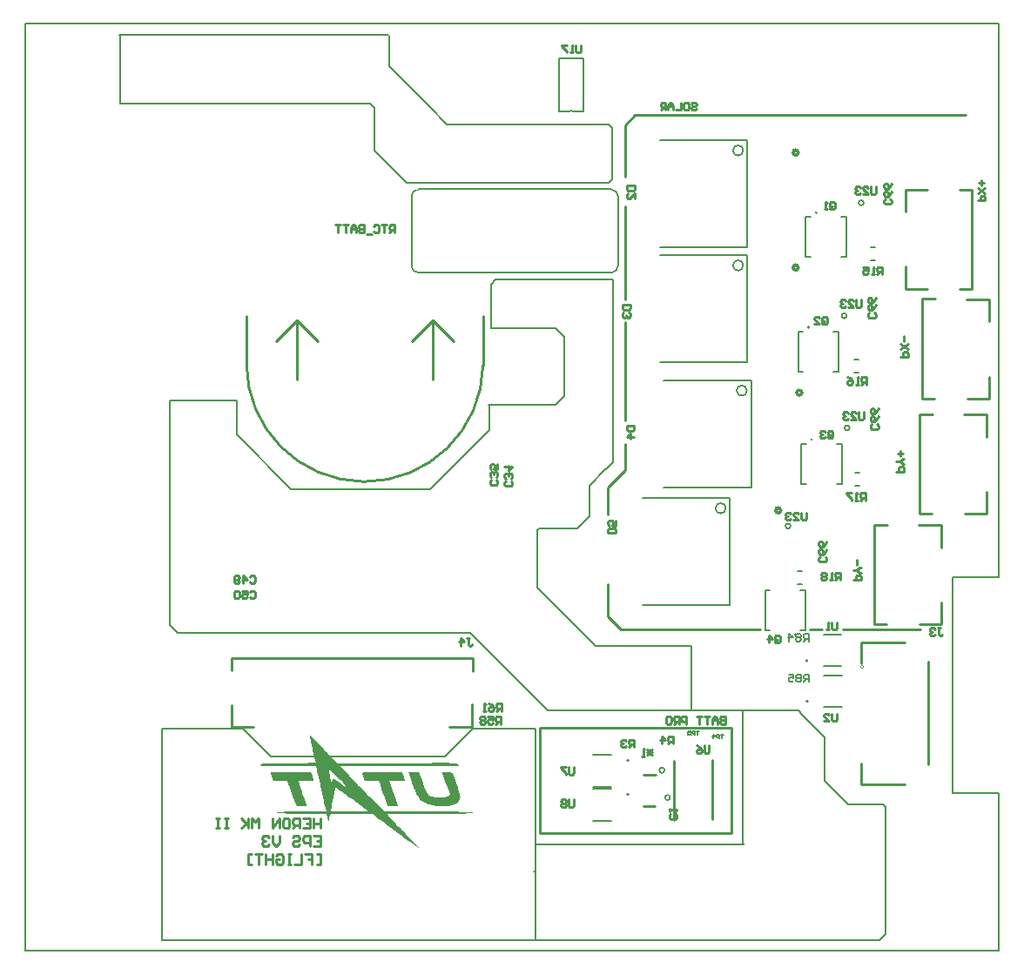
<source format=gbo>
G04*
G04 #@! TF.GenerationSoftware,Altium Limited,Altium Designer,18.1.9 (240)*
G04*
G04 Layer_Color=32896*
%FSLAX44Y44*%
%MOMM*%
G71*
G01*
G75*
%ADD10C,0.2540*%
%ADD11C,0.2000*%
%ADD12C,0.0000*%
%ADD14C,0.1524*%
%ADD16C,0.1520*%
%ADD17C,0.1270*%
%ADD18C,0.1500*%
%ADD192C,0.3000*%
G36*
X358312Y173924D02*
X361827D01*
X363057Y173748D01*
X364991Y173748D01*
X365694Y173572D01*
X366573D01*
X366924Y173397D01*
X367627Y171112D01*
X368155Y169354D01*
X368682Y168123D01*
X368858Y167069D01*
X369034Y166542D01*
X369209Y166190D01*
Y166014D01*
X369034D01*
X368858Y165839D01*
X367979Y165663D01*
X366749D01*
X365342Y165487D01*
X354093Y165487D01*
X358136Y153710D01*
X362179Y141407D01*
X362003Y141231D01*
X361475Y141055D01*
X360597D01*
X359718Y140879D01*
X352511D01*
X349523Y149668D01*
X348469Y152832D01*
X347590Y155468D01*
X346711Y157577D01*
X346184Y159159D01*
X345832Y160390D01*
X345481Y161269D01*
X345305Y161620D01*
Y161796D01*
X343899Y165311D01*
X342844D01*
X341790Y165487D01*
X333880D01*
X332650Y165663D01*
X330892D01*
X330365Y165839D01*
X330013D01*
X328958Y169354D01*
X328607Y170408D01*
X328255Y171287D01*
X328080Y171990D01*
X327904Y172518D01*
X327728Y173045D01*
Y173221D01*
X327904Y173396D01*
X328607Y173572D01*
X329486D01*
X330716Y173748D01*
X332122D01*
X333880Y173924D01*
X337395D01*
X340911Y174100D01*
X356027D01*
X358312Y173924D01*
D02*
G37*
G36*
X279216Y170408D02*
X279743Y169178D01*
X280095Y168299D01*
X280271Y167420D01*
X280446Y166893D01*
X280622Y166014D01*
Y165839D01*
X280446D01*
X280271Y165663D01*
X278162D01*
X276755Y165487D01*
X267791D01*
X266912Y165311D01*
X265682D01*
Y165135D01*
X265858Y164784D01*
X266033Y164081D01*
X266385Y163378D01*
X266912Y161444D01*
X267615Y159159D01*
X268494Y157050D01*
X269021Y155117D01*
X269373Y154414D01*
X269549Y153886D01*
X269725Y153535D01*
Y153359D01*
X270428Y151426D01*
X271131Y149492D01*
X271658Y148086D01*
X272010Y146680D01*
X272361Y145449D01*
X272713Y144571D01*
X273240Y143164D01*
X273591Y142110D01*
X273767Y141758D01*
Y141407D01*
X273591Y141231D01*
X272888Y141055D01*
X272185D01*
X271131Y140879D01*
X263924D01*
X263221Y142637D01*
X262518Y144571D01*
X261639Y146504D01*
X260936Y148613D01*
X260409Y150371D01*
X259882Y151777D01*
X259530Y152832D01*
X259354Y153007D01*
Y153183D01*
X258300Y156171D01*
X257421Y158632D01*
X256718Y160741D01*
X256190Y162499D01*
X255663Y163729D01*
X255312Y164784D01*
X255136Y165311D01*
Y165487D01*
X241426D01*
X240020Y169881D01*
X238438Y174100D01*
X277634D01*
X279216Y170408D01*
D02*
G37*
G36*
X373252Y174275D02*
X373955D01*
X375713Y174100D01*
X381513D01*
X382392Y173924D01*
X382743D01*
X386610Y163905D01*
X387313Y162147D01*
X387841Y160565D01*
X388895Y158105D01*
X389774Y155996D01*
X390477Y154414D01*
X391004Y153359D01*
X391356Y152832D01*
X391708Y152480D01*
Y152304D01*
X392938Y151250D01*
X394520Y150547D01*
X396278Y150019D01*
X398035Y149668D01*
X399617Y149492D01*
X401023Y149316D01*
X405242D01*
X405945Y149492D01*
X406648D01*
X407527Y149668D01*
X408054D01*
X408933Y149844D01*
X409284D01*
X409987Y150195D01*
X410339D01*
X410866Y150371D01*
X411042Y150547D01*
X411394Y150898D01*
X411569Y151074D01*
X411921Y151426D01*
X412097Y151777D01*
X412272D01*
X412976Y152304D01*
X413151Y152480D01*
X411394Y157050D01*
X409987Y161093D01*
X408581Y164784D01*
X407351Y167948D01*
X406472Y170584D01*
X406121Y171639D01*
X405769Y172518D01*
X405593Y173221D01*
X405418Y173748D01*
X405242Y173924D01*
Y174100D01*
X412097D01*
X413327Y173924D01*
X414382Y173572D01*
X415085Y173397D01*
X415436Y173045D01*
X415788Y172694D01*
X415964Y172518D01*
X417194Y169178D01*
X418249Y166366D01*
X419303Y163729D01*
X420006Y161269D01*
X420709Y159159D01*
X421237Y157402D01*
X421764Y155820D01*
X422116Y154589D01*
X422467Y153359D01*
X422643Y152480D01*
X422818Y151777D01*
Y151074D01*
X422994Y150371D01*
Y150195D01*
X422818Y149141D01*
X422643Y148086D01*
X421764Y146328D01*
X421412Y145625D01*
X421061Y145098D01*
X420885Y144922D01*
X420709Y144746D01*
X419831Y144043D01*
X418776Y143340D01*
X416491Y142461D01*
X413854Y141758D01*
X411218Y141231D01*
X408757Y140879D01*
X406824Y140704D01*
X404890D01*
X400320Y140879D01*
X396453Y141582D01*
X393114Y142461D01*
X390477Y143516D01*
X388368Y144395D01*
X386962Y145274D01*
X386083Y145977D01*
X385732Y146152D01*
X384853Y146856D01*
X383974Y147910D01*
X382392Y150371D01*
X380634Y153183D01*
X379228Y156171D01*
X377998Y158984D01*
X377470Y160214D01*
X377119Y161269D01*
X376767Y162323D01*
X376416Y163026D01*
X376240Y163378D01*
Y163554D01*
X372549Y174451D01*
X373252Y174275D01*
D02*
G37*
G36*
X276931Y209956D02*
X277458Y209605D01*
X278689Y208550D01*
X279743Y207320D01*
X280095Y206968D01*
X280271Y206792D01*
X282731Y204332D01*
X285192Y201695D01*
X286247Y200641D01*
X287126Y199762D01*
X287653Y199234D01*
X287829Y199059D01*
X289411Y197477D01*
X290641Y196246D01*
X291696Y195192D01*
X292399Y194313D01*
X293102Y193610D01*
X293453Y193258D01*
X293805Y192907D01*
X304175Y182537D01*
X375537Y182537D01*
X379404Y182712D01*
X394520D01*
X396278Y182888D01*
X411394D01*
X413854Y182712D01*
X415612D01*
X417018Y182537D01*
X417897D01*
X418424Y182361D01*
X418600D01*
X419655Y182185D01*
X420358Y181833D01*
X421061Y181482D01*
X421412Y180955D01*
X421764Y180427D01*
Y180076D01*
X414733D01*
X412800Y179900D01*
X306284Y179900D01*
X315249Y170584D01*
X316303Y169530D01*
X317709Y168123D01*
X319291Y166366D01*
X320873Y164784D01*
X322455Y163026D01*
X323861Y161620D01*
X324740Y160741D01*
X324916Y160565D01*
X325092Y160390D01*
X327728Y157577D01*
X330189Y155117D01*
X332122Y153007D01*
X333704Y151426D01*
X334935Y150019D01*
X335813Y149141D01*
X336341Y148613D01*
X336516Y148438D01*
X349523Y135606D01*
X410339Y135606D01*
X413151Y135431D01*
X420534D01*
X422467Y135255D01*
X426158D01*
X428970Y135079D01*
X431431D01*
X433189Y134903D01*
X434595Y134728D01*
X435474D01*
X436177Y134552D01*
X436529D01*
X436704Y134376D01*
X436880D01*
X436704Y134200D01*
X436353D01*
X435825Y134024D01*
X434068D01*
X433013Y133849D01*
X430201D01*
X427037Y133673D01*
X423522Y133497D01*
X411921D01*
X408054Y133322D01*
X351984Y133321D01*
X353039Y132091D01*
X353390Y131564D01*
X353918Y130861D01*
X354796Y129982D01*
X355851Y128927D01*
X358136Y126291D01*
X360948Y123478D01*
X363585Y120666D01*
X364639Y119436D01*
X365870Y118381D01*
X366749Y117502D01*
X367452Y116799D01*
X367803Y116272D01*
X367979Y116096D01*
X370440Y113635D01*
X372549Y111526D01*
X374307Y109593D01*
X375888Y107835D01*
X377295Y106605D01*
X378525Y105374D01*
X379404Y104320D01*
X380107Y103617D01*
X381161Y102562D01*
X381689Y102035D01*
X382040Y101683D01*
X382743Y100804D01*
X383271Y100277D01*
X383974Y99398D01*
X384062Y99310D01*
X384501Y99047D01*
X384325D01*
X384062Y99310D01*
X382743Y100101D01*
X374307Y106077D01*
X370264Y109066D01*
X366397Y111878D01*
X362706Y114514D01*
X359190Y116975D01*
X356027Y119436D01*
X352863Y121721D01*
X350226Y123830D01*
X347766Y125588D01*
X345656Y127345D01*
X343899Y128576D01*
X342493Y129806D01*
X341438Y130509D01*
X340735Y131036D01*
X340559Y131212D01*
X337571Y133321D01*
X297144D01*
X296266Y131564D01*
X295914Y129806D01*
X295738Y129103D01*
Y128400D01*
Y128048D01*
Y127873D01*
Y127345D01*
X295562Y126818D01*
X295387Y126467D01*
X295211Y126291D01*
X295035Y126467D01*
X294684Y126994D01*
X294332Y128224D01*
X293981Y129279D01*
X293805Y129630D01*
Y129806D01*
X293277Y133146D01*
X269197Y133321D01*
X264803D01*
X261112Y133497D01*
X257772Y133673D01*
X254960D01*
X252499Y133849D01*
X250566D01*
X248984Y134024D01*
X247578Y134200D01*
X246699D01*
X245820Y134376D01*
X245293Y134552D01*
X244941D01*
X244590Y134728D01*
X244941Y134903D01*
X245644Y135079D01*
X246875D01*
X248281Y135255D01*
X250214D01*
X252148Y135431D01*
X256542D01*
X261112Y135606D01*
X292750D01*
X290817Y144395D01*
X290289Y147031D01*
X289762Y149492D01*
X288708Y153886D01*
X288004Y157577D01*
X287301Y160741D01*
X286774Y163026D01*
X286423Y164608D01*
X286071Y165663D01*
Y166014D01*
X285544Y168123D01*
X285192Y169881D01*
X284841Y171463D01*
X284489Y172869D01*
X284138Y174100D01*
X283962Y175330D01*
X283610Y176912D01*
X283435Y178142D01*
X283259Y178845D01*
Y179197D01*
Y179373D01*
X282907Y179548D01*
X280798D01*
X279040Y179724D01*
X274646D01*
X269549Y179900D01*
X232462D01*
X231231Y180076D01*
X230353Y180252D01*
X229825Y180427D01*
X229298Y180603D01*
X228946Y180955D01*
Y181130D01*
X229122Y181482D01*
X229474Y181833D01*
X230704Y182185D01*
X231935Y182361D01*
X235801D01*
X237559Y182537D01*
X268143D01*
X271131Y182712D01*
X273767D01*
X276052Y182888D01*
X277810D01*
X279216Y183064D01*
X281150D01*
X281677Y183239D01*
X282204D01*
X282556Y183415D01*
X280622Y190973D01*
X280446Y191852D01*
X280271Y192731D01*
X279743Y195016D01*
X279568Y195895D01*
X279392Y196774D01*
X279216Y197301D01*
Y197477D01*
X278864Y199059D01*
X278513Y200289D01*
X278337Y201519D01*
X278162Y202222D01*
Y202926D01*
X277986Y203277D01*
Y203629D01*
X277634Y204683D01*
X277458Y205738D01*
X277283Y206441D01*
Y206617D01*
X276931Y207671D01*
X276755Y208550D01*
Y209077D01*
Y209253D01*
Y210132D01*
X276931Y209956D01*
D02*
G37*
%LPC*%
G36*
X295211Y176912D02*
Y176385D01*
X295387Y175506D01*
X295562Y174275D01*
X295914Y173045D01*
X296090Y171815D01*
X296441Y170936D01*
X296617Y170233D01*
Y169881D01*
X296793Y169354D01*
Y168651D01*
Y168123D01*
Y167948D01*
X297144Y166717D01*
X297496Y165839D01*
X297672Y165487D01*
Y165311D01*
Y164784D01*
X297847Y164608D01*
X298023D01*
X298199Y165135D01*
X298375Y165311D01*
X298726Y166190D01*
X299078Y166893D01*
X299429Y167245D01*
X299605Y167596D01*
X299957Y167948D01*
X300133Y167772D01*
X300660Y167596D01*
X301890Y166717D01*
X303120Y165839D01*
X303472Y165663D01*
X303648Y165487D01*
X304702Y164784D01*
X305757Y164081D01*
X306460Y163554D01*
X306636Y163378D01*
X307515Y162675D01*
X308218Y161972D01*
X308745Y161620D01*
X308921Y161444D01*
X309975Y160565D01*
X310327Y160214D01*
X310503Y160038D01*
X310854Y159687D01*
X311206Y159511D01*
X311382D01*
X311733Y159335D01*
X311557Y160214D01*
X311030Y161269D01*
X310151Y162499D01*
X309097Y163729D01*
X307866Y165135D01*
X306460Y166717D01*
X303472Y169705D01*
X300484Y172342D01*
X299078Y173572D01*
X297847Y174803D01*
X296793Y175681D01*
X295914Y176385D01*
X295387Y176736D01*
X295211Y176912D01*
D02*
G37*
G36*
X301714Y158984D02*
X301539Y158808D01*
Y158456D01*
X301363Y157929D01*
X301187Y157226D01*
X300835Y155292D01*
X300308Y153183D01*
X299957Y150898D01*
X299605Y149141D01*
X299429Y148262D01*
X299254Y147734D01*
Y147383D01*
Y147207D01*
X297144Y135782D01*
X306284Y135606D01*
X324740D01*
X334056Y135782D01*
X318237Y147383D01*
X315424Y149492D01*
X312964Y151250D01*
X310854Y152832D01*
X309097Y154062D01*
X307515Y155292D01*
X306109Y156171D01*
X305054Y156874D01*
X304175Y157577D01*
X303296Y158105D01*
X302769Y158456D01*
X302066Y158808D01*
X301714Y158984D01*
D02*
G37*
%LPD*%
D10*
X215186Y571500D02*
G03*
X445199Y569659I115014J0D01*
G01*
X592973Y812873D02*
X914400D01*
X215201Y569659D02*
Y617220D01*
X445201Y569659D02*
Y617220D01*
X396242Y555672D02*
Y612951D01*
X416562Y592632D01*
X375922Y592632D02*
X396242Y612951D01*
X264158D02*
X284478Y592632D01*
X243838Y592632D02*
X264158Y612951D01*
Y555672D02*
Y612951D01*
X877832Y181680D02*
Y281310D01*
X813062Y161930D02*
Y182250D01*
Y161930D02*
X854972D01*
X813062Y280040D02*
Y300360D01*
X854972D01*
X500700Y114300D02*
Y115100D01*
Y114300D02*
X687100D01*
X500700Y217000D02*
X504100D01*
X500700Y115100D02*
Y217000D01*
X504100D02*
X687100D01*
Y114300D02*
Y217000D01*
X763100Y313000D02*
X774600D01*
X794700D02*
X870300D01*
X663100D02*
X714300D01*
X566700Y424180D02*
Y450900D01*
Y325900D02*
Y356400D01*
X583100Y467300D02*
Y492700D01*
Y516100D02*
Y611500D01*
X579600Y313000D02*
X663100D01*
X566700Y325900D02*
X579600Y313000D01*
X566700Y450900D02*
X583100Y467300D01*
Y516100D02*
X583200Y516200D01*
Y633900D02*
X583300Y634000D01*
Y723900D01*
Y752700D02*
Y803200D01*
X592973Y812873D01*
X825778Y317818D02*
Y414528D01*
X838010D01*
X825778Y317818D02*
X837628D01*
X890778D02*
Y339090D01*
X869506Y317818D02*
X890778D01*
X868870Y414274D02*
X890778D01*
Y392494D02*
Y414274D01*
X869720Y425468D02*
Y522178D01*
X881952D01*
X869720Y425468D02*
X881570D01*
X934720D02*
Y446740D01*
X913448Y425468D02*
X934720D01*
X912812Y521924D02*
X934720D01*
Y500144D02*
Y521924D01*
X872260Y537428D02*
Y634138D01*
X884492D01*
X872260Y537428D02*
X884110D01*
X937260D02*
Y558700D01*
X915988Y537428D02*
X937260D01*
X915352Y633884D02*
X937260D01*
Y612104D02*
Y633884D01*
X920726Y643482D02*
Y740192D01*
X908494Y643482D02*
X920726D01*
X908876Y740192D02*
X920726D01*
X855726Y718920D02*
Y740192D01*
X876998D01*
X855726Y643736D02*
X877634D01*
X855726D02*
Y665516D01*
X631205Y127674D02*
Y185078D01*
X668049Y128182D02*
Y185586D01*
X601131Y140970D02*
X612431D01*
X601385Y171450D02*
X612735D01*
X412368Y218158D02*
X434148D01*
Y240066D01*
X200596Y217650D02*
Y238922D01*
Y217650D02*
X221868D01*
X200850Y272578D02*
Y284428D01*
X435482Y272196D02*
Y284428D01*
X200850D02*
X435482D01*
X287020Y129337D02*
Y119340D01*
Y124338D01*
X280355D01*
Y129337D01*
Y119340D01*
X270359Y129337D02*
X277023D01*
Y119340D01*
X270359D01*
X277023Y124338D02*
X273691D01*
X267026Y119340D02*
Y129337D01*
X262028D01*
X260362Y127671D01*
Y124338D01*
X262028Y122672D01*
X267026D01*
X263694D02*
X260362Y119340D01*
X252031Y129337D02*
X255364D01*
X257030Y127671D01*
Y121006D01*
X255364Y119340D01*
X252031D01*
X250365Y121006D01*
Y127671D01*
X252031Y129337D01*
X247033Y119340D02*
Y129337D01*
X240368Y119340D01*
Y129337D01*
X227039Y119340D02*
Y129337D01*
X223707Y126004D01*
X220375Y129337D01*
Y119340D01*
X217043Y129337D02*
Y119340D01*
Y122672D01*
X210378Y129337D01*
X215376Y124338D01*
X210378Y119340D01*
X197049Y129337D02*
X193717D01*
X195383D01*
Y119340D01*
X197049D01*
X193717D01*
X188718Y129337D02*
X185386D01*
X187052D01*
Y119340D01*
X188718D01*
X185386D01*
X280355Y112221D02*
X287020D01*
Y102224D01*
X280355D01*
X287020Y107223D02*
X283688D01*
X277023Y102224D02*
Y112221D01*
X272025D01*
X270359Y110555D01*
Y107223D01*
X272025Y105556D01*
X277023D01*
X260362Y110555D02*
X262028Y112221D01*
X265360D01*
X267026Y110555D01*
Y108889D01*
X265360Y107223D01*
X262028D01*
X260362Y105556D01*
Y103890D01*
X262028Y102224D01*
X265360D01*
X267026Y103890D01*
X247033Y112221D02*
Y105556D01*
X243701Y102224D01*
X240368Y105556D01*
Y112221D01*
X237036Y110555D02*
X235370Y112221D01*
X232038D01*
X230372Y110555D01*
Y108889D01*
X232038Y107223D01*
X233704D01*
X232038D01*
X230372Y105556D01*
Y103890D01*
X232038Y102224D01*
X235370D01*
X237036Y103890D01*
X283688Y84132D02*
X287020D01*
Y94129D01*
X283688D01*
X272025D02*
X278689D01*
Y89130D01*
X275357D01*
X278689D01*
Y84132D01*
X268693Y94129D02*
Y84132D01*
X262028D01*
X258696Y94129D02*
X255364D01*
X257030D01*
Y84132D01*
X258696D01*
X255364D01*
X243701Y92463D02*
X245367Y94129D01*
X248699D01*
X250365Y92463D01*
Y85798D01*
X248699Y84132D01*
X245367D01*
X243701Y85798D01*
Y89130D01*
X247033D01*
X240368Y94129D02*
Y84132D01*
Y89130D01*
X233704D01*
Y94129D01*
Y84132D01*
X230372Y94129D02*
X223707D01*
X227039D01*
Y84132D01*
X220375D02*
X217043D01*
Y94129D01*
X220375D01*
X680500Y228398D02*
Y220900D01*
X676751D01*
X675502Y222150D01*
Y223399D01*
X676751Y224649D01*
X680500D01*
X676751D01*
X675502Y225898D01*
Y227148D01*
X676751Y228398D01*
X680500D01*
X673002Y220900D02*
Y225898D01*
X670503Y228398D01*
X668004Y225898D01*
Y220900D01*
Y224649D01*
X673002D01*
X665505Y228398D02*
X660506D01*
X663006D01*
Y220900D01*
X658007Y228398D02*
X653009D01*
X655508D01*
Y220900D01*
X643012D02*
Y228398D01*
X639263D01*
X638014Y227148D01*
Y224649D01*
X639263Y223399D01*
X643012D01*
X635514Y220900D02*
Y228398D01*
X631766D01*
X630516Y227148D01*
Y224649D01*
X631766Y223399D01*
X635514D01*
X633015D02*
X630516Y220900D01*
X624268Y228398D02*
X626767D01*
X628017Y227148D01*
Y222150D01*
X626767Y220900D01*
X624268D01*
X623018Y222150D01*
Y227148D01*
X624268Y228398D01*
X647782Y824128D02*
X649031Y825378D01*
X651530D01*
X652780Y824128D01*
Y822878D01*
X651530Y821629D01*
X649031D01*
X647782Y820379D01*
Y819130D01*
X649031Y817880D01*
X651530D01*
X652780Y819130D01*
X641534Y825378D02*
X644033D01*
X645282Y824128D01*
Y819130D01*
X644033Y817880D01*
X641534D01*
X640284Y819130D01*
Y824128D01*
X641534Y825378D01*
X637785D02*
Y817880D01*
X632786D01*
X630287D02*
Y822878D01*
X627788Y825378D01*
X625289Y822878D01*
Y817880D01*
Y821629D01*
X630287D01*
X622790Y817880D02*
Y825378D01*
X619041D01*
X617791Y824128D01*
Y821629D01*
X619041Y820379D01*
X622790D01*
X620290D02*
X617791Y817880D01*
X827034Y743396D02*
Y737148D01*
X825785Y735898D01*
X823285D01*
X822036Y737148D01*
Y743396D01*
X814538Y735898D02*
X819537D01*
X814538Y740897D01*
Y742146D01*
X815788Y743396D01*
X818287D01*
X819537Y742146D01*
X812039D02*
X810789Y743396D01*
X808290D01*
X807040Y742146D01*
Y740897D01*
X808290Y739647D01*
X809540D01*
X808290D01*
X807040Y738397D01*
Y737148D01*
X808290Y735898D01*
X810789D01*
X812039Y737148D01*
X574198Y406400D02*
X566700D01*
Y410149D01*
X567950Y411398D01*
X572948D01*
X574198Y410149D01*
Y406400D01*
Y418896D02*
Y413898D01*
X570449D01*
X571698Y416397D01*
Y417646D01*
X570449Y418896D01*
X567950D01*
X566700Y417646D01*
Y415147D01*
X567950Y413898D01*
X780362Y499964D02*
Y504962D01*
X781611Y506212D01*
X784110D01*
X785360Y504962D01*
Y499964D01*
X784110Y498714D01*
X781611D01*
X782861Y501213D02*
X780362Y498714D01*
X781611D02*
X780362Y499964D01*
X777862Y504962D02*
X776613Y506212D01*
X774114D01*
X772864Y504962D01*
Y503712D01*
X774114Y502463D01*
X775363D01*
X774114D01*
X772864Y501213D01*
Y499964D01*
X774114Y498714D01*
X776613D01*
X777862Y499964D01*
X462849Y233460D02*
Y240958D01*
X459100D01*
X457851Y239708D01*
Y237209D01*
X459100Y235959D01*
X462849D01*
X460350D02*
X457851Y233460D01*
X450353Y240958D02*
X452852Y239708D01*
X455351Y237209D01*
Y234710D01*
X454102Y233460D01*
X451603D01*
X450353Y234710D01*
Y235959D01*
X451603Y237209D01*
X455351D01*
X447854Y233460D02*
X445355D01*
X446604D01*
Y240958D01*
X447854Y239708D01*
X462280Y220873D02*
Y228371D01*
X458531D01*
X457282Y227121D01*
Y224622D01*
X458531Y223372D01*
X462280D01*
X459781D02*
X457282Y220873D01*
X449784Y228371D02*
X454782D01*
Y224622D01*
X452283Y225872D01*
X451034D01*
X449784Y224622D01*
Y222123D01*
X451034Y220873D01*
X453533D01*
X454782Y222123D01*
X447285Y227121D02*
X446035Y228371D01*
X443536D01*
X442286Y227121D01*
Y225872D01*
X443536Y224622D01*
X442286Y223372D01*
Y222123D01*
X443536Y220873D01*
X446035D01*
X447285Y222123D01*
Y223372D01*
X446035Y224622D01*
X447285Y225872D01*
Y227121D01*
X446035Y224622D02*
X443536D01*
X789212Y231018D02*
Y224770D01*
X787963Y223520D01*
X785464D01*
X784214Y224770D01*
Y231018D01*
X776717Y223520D02*
X781715D01*
X776717Y228518D01*
Y229768D01*
X777966Y231018D01*
X780465D01*
X781715Y229768D01*
X789212Y319918D02*
Y313670D01*
X787963Y312420D01*
X785464D01*
X784214Y313670D01*
Y319918D01*
X781715Y312420D02*
X779216D01*
X780465D01*
Y319918D01*
X781715Y318668D01*
X759613Y426598D02*
Y420350D01*
X758364Y419100D01*
X755864D01*
X754615Y420350D01*
Y426598D01*
X747117Y419100D02*
X752116D01*
X747117Y424098D01*
Y425348D01*
X748367Y426598D01*
X750866D01*
X752116Y425348D01*
X744618D02*
X743369Y426598D01*
X740869D01*
X739620Y425348D01*
Y424098D01*
X740869Y422849D01*
X742119D01*
X740869D01*
X739620Y421599D01*
Y420350D01*
X740869Y419100D01*
X743369D01*
X744618Y420350D01*
X815340Y524225D02*
Y517977D01*
X814090Y516728D01*
X811591D01*
X810342Y517977D01*
Y524225D01*
X802844Y516728D02*
X807842D01*
X802844Y521726D01*
Y522976D01*
X804094Y524225D01*
X806593D01*
X807842Y522976D01*
X800345D02*
X799095Y524225D01*
X796596D01*
X795346Y522976D01*
Y521726D01*
X796596Y520477D01*
X797846D01*
X796596D01*
X795346Y519227D01*
Y517977D01*
X796596Y516728D01*
X799095D01*
X800345Y517977D01*
X812800Y633290D02*
Y627042D01*
X811550Y625792D01*
X809051D01*
X807802Y627042D01*
Y633290D01*
X800304Y625792D02*
X805302D01*
X800304Y630791D01*
Y632040D01*
X801554Y633290D01*
X804053D01*
X805302Y632040D01*
X797805D02*
X796555Y633290D01*
X794056D01*
X792806Y632040D01*
Y630791D01*
X794056Y629541D01*
X795306D01*
X794056D01*
X792806Y628292D01*
Y627042D01*
X794056Y625792D01*
X796555D01*
X797805Y627042D01*
X540428Y881258D02*
Y875010D01*
X539179Y873760D01*
X536680D01*
X535430Y875010D01*
Y881258D01*
X532931Y873760D02*
X530432D01*
X531681D01*
Y881258D01*
X532931Y880008D01*
X526683Y881258D02*
X521684D01*
Y880008D01*
X526683Y875010D01*
Y873760D01*
X533400Y147331D02*
Y141083D01*
X532150Y139834D01*
X529651D01*
X528402Y141083D01*
Y147331D01*
X525902Y146082D02*
X524653Y147331D01*
X522154D01*
X520904Y146082D01*
Y144832D01*
X522154Y143582D01*
X520904Y142333D01*
Y141083D01*
X522154Y139834D01*
X524653D01*
X525902Y141083D01*
Y142333D01*
X524653Y143582D01*
X525902Y144832D01*
Y146082D01*
X524653Y143582D02*
X522154D01*
X533400Y179242D02*
Y172994D01*
X532150Y171744D01*
X529651D01*
X528402Y172994D01*
Y179242D01*
X525902D02*
X520904D01*
Y177992D01*
X525902Y172994D01*
Y171744D01*
X665114Y199948D02*
Y193700D01*
X663864Y192451D01*
X661365D01*
X660116Y193700D01*
Y199948D01*
X652618D02*
X655117Y198699D01*
X657616Y196199D01*
Y193700D01*
X656367Y192451D01*
X653867D01*
X652618Y193700D01*
Y194950D01*
X653867Y196199D01*
X657616D01*
X359153Y698600D02*
Y706098D01*
X355404D01*
X354155Y704848D01*
Y702349D01*
X355404Y701099D01*
X359153D01*
X356654D02*
X354155Y698600D01*
X351656Y706098D02*
X346657D01*
X349156D01*
Y698600D01*
X339160Y704848D02*
X340409Y706098D01*
X342908D01*
X344158Y704848D01*
Y699850D01*
X342908Y698600D01*
X340409D01*
X339160Y699850D01*
X336660Y697350D02*
X331662D01*
X329163Y706098D02*
Y698600D01*
X325414D01*
X324164Y699850D01*
Y701099D01*
X325414Y702349D01*
X329163D01*
X325414D01*
X324164Y703598D01*
Y704848D01*
X325414Y706098D01*
X329163D01*
X321665Y698600D02*
Y703598D01*
X319166Y706098D01*
X316667Y703598D01*
Y698600D01*
Y702349D01*
X321665D01*
X314167Y706098D02*
X309169D01*
X311668D01*
Y698600D01*
X306670Y706098D02*
X301672D01*
X304171D01*
Y698600D01*
X792480Y360680D02*
Y368178D01*
X788731D01*
X787482Y366928D01*
Y364429D01*
X788731Y363179D01*
X792480D01*
X789981D02*
X787482Y360680D01*
X784982D02*
X782483D01*
X783733D01*
Y368178D01*
X784982Y366928D01*
X778734D02*
X777485Y368178D01*
X774986D01*
X773736Y366928D01*
Y365678D01*
X774986Y364429D01*
X773736Y363179D01*
Y361930D01*
X774986Y360680D01*
X777485D01*
X778734Y361930D01*
Y363179D01*
X777485Y364429D01*
X778734Y365678D01*
Y366928D01*
X777485Y364429D02*
X774986D01*
X816940Y438300D02*
Y445798D01*
X813191D01*
X811941Y444548D01*
Y442049D01*
X813191Y440799D01*
X816940D01*
X814441D02*
X811941Y438300D01*
X809442D02*
X806943D01*
X808193D01*
Y445798D01*
X809442Y444548D01*
X803194Y445798D02*
X798196D01*
Y444548D01*
X803194Y439550D01*
Y438300D01*
X817880Y550850D02*
Y558348D01*
X814131D01*
X812882Y557099D01*
Y554599D01*
X814131Y553350D01*
X817880D01*
X815381D02*
X812882Y550850D01*
X810382D02*
X807883D01*
X809133D01*
Y558348D01*
X810382Y557099D01*
X799136Y558348D02*
X801635Y557099D01*
X804134Y554599D01*
Y552100D01*
X802885Y550850D01*
X800386D01*
X799136Y552100D01*
Y553350D01*
X800386Y554599D01*
X804134D01*
X833120Y657860D02*
Y665358D01*
X829371D01*
X828122Y664108D01*
Y661609D01*
X829371Y660359D01*
X833120D01*
X830621D02*
X828122Y657860D01*
X825622D02*
X823123D01*
X824373D01*
Y665358D01*
X825622Y664108D01*
X814376Y665358D02*
X819374D01*
Y661609D01*
X816875Y662858D01*
X815626D01*
X814376Y661609D01*
Y659110D01*
X815626Y657860D01*
X818125D01*
X819374Y659110D01*
X629920Y201479D02*
Y208976D01*
X626171D01*
X624922Y207727D01*
Y205228D01*
X626171Y203978D01*
X629920D01*
X627421D02*
X624922Y201479D01*
X618674D02*
Y208976D01*
X622422Y205228D01*
X617424D01*
X591820Y198120D02*
Y205618D01*
X588071D01*
X586822Y204368D01*
Y201869D01*
X588071Y200619D01*
X591820D01*
X589321D02*
X586822Y198120D01*
X584322Y204368D02*
X583073Y205618D01*
X580574D01*
X579324Y204368D01*
Y203118D01*
X580574Y201869D01*
X581823D01*
X580574D01*
X579324Y200619D01*
Y199370D01*
X580574Y198120D01*
X583073D01*
X584322Y199370D01*
X729062Y300970D02*
Y305968D01*
X730311Y307218D01*
X732810D01*
X734060Y305968D01*
Y300970D01*
X732810Y299720D01*
X730311D01*
X731561Y302219D02*
X729062Y299720D01*
X730311D02*
X729062Y300970D01*
X722814Y299720D02*
Y307218D01*
X726562Y303469D01*
X721564D01*
X774864Y610850D02*
Y615848D01*
X776114Y617098D01*
X778613D01*
X779863Y615848D01*
Y610850D01*
X778613Y609600D01*
X776114D01*
X777363Y612099D02*
X774864Y609600D01*
X776114D02*
X774864Y610850D01*
X767367Y609600D02*
X772365D01*
X767367Y614598D01*
Y615848D01*
X768616Y617098D01*
X771115D01*
X772365Y615848D01*
X782319Y722610D02*
Y727608D01*
X783568Y728858D01*
X786068D01*
X787317Y727608D01*
Y722610D01*
X786068Y721360D01*
X783568D01*
X784818Y723859D02*
X782319Y721360D01*
X783568D02*
X782319Y722610D01*
X779820Y721360D02*
X777320D01*
X778570D01*
Y728858D01*
X779820Y727608D01*
X805180Y360680D02*
X812678D01*
Y364429D01*
X811428Y365678D01*
X808929D01*
X807679Y364429D01*
Y360680D01*
X812678Y368178D02*
X811428D01*
X808929Y370677D01*
X811428Y373176D01*
X812678D01*
X808929Y370677D02*
X805180D01*
X808929Y375675D02*
Y380674D01*
X847068Y466266D02*
X854566D01*
Y470015D01*
X853316Y471264D01*
X850817D01*
X849567Y470015D01*
Y466266D01*
X854566Y473764D02*
X853316D01*
X850817Y476263D01*
X853316Y478762D01*
X854566D01*
X850817Y476263D02*
X847068D01*
X850817Y481261D02*
Y486260D01*
X853316Y483760D02*
X848317D01*
X850900Y577748D02*
X858398D01*
Y581497D01*
X857148Y582747D01*
X854649D01*
X853399Y581497D01*
Y577748D01*
X858398Y585246D02*
X850900Y590244D01*
X858398D02*
X850900Y585246D01*
X854649Y592743D02*
Y597742D01*
X926011Y729788D02*
X933509D01*
Y733537D01*
X932259Y734787D01*
X929760D01*
X928510Y733537D01*
Y729788D01*
X933509Y737286D02*
X926011Y742284D01*
X933509D02*
X926011Y737286D01*
X929760Y744783D02*
Y749782D01*
X932259Y747283D02*
X927261D01*
X887012Y314178D02*
X889511D01*
X888261D01*
Y307930D01*
X889511Y306680D01*
X890760D01*
X892010Y307930D01*
X884512Y312928D02*
X883263Y314178D01*
X880764D01*
X879514Y312928D01*
Y311678D01*
X880764Y310429D01*
X882013D01*
X880764D01*
X879514Y309179D01*
Y307930D01*
X880764Y306680D01*
X883263D01*
X884512Y307930D01*
X429548Y304327D02*
X432047D01*
X430797D01*
Y298079D01*
X432047Y296829D01*
X433296D01*
X434546Y298079D01*
X423300Y296829D02*
Y304327D01*
X427048Y300578D01*
X422050D01*
X584775Y510885D02*
X592273D01*
Y507137D01*
X591023Y505887D01*
X586025D01*
X584775Y507137D01*
Y510885D01*
X592273Y499639D02*
X584775D01*
X588524Y503388D01*
Y498389D01*
X580696Y628732D02*
X588194D01*
Y624984D01*
X586944Y623734D01*
X581946D01*
X580696Y624984D01*
Y628732D01*
X581946Y621235D02*
X580696Y619985D01*
Y617486D01*
X581946Y616236D01*
X583196D01*
X584445Y617486D01*
Y618736D01*
Y617486D01*
X585695Y616236D01*
X586944D01*
X588194Y617486D01*
Y619985D01*
X586944Y621235D01*
X585119Y744339D02*
X592617D01*
Y740590D01*
X591367Y739340D01*
X586369D01*
X585119Y740590D01*
Y744339D01*
X592617Y731843D02*
Y736841D01*
X587618Y731843D01*
X586369D01*
X585119Y733092D01*
Y735592D01*
X586369Y736841D01*
X777856Y383458D02*
X779105Y382209D01*
Y379710D01*
X777856Y378460D01*
X772857D01*
X771608Y379710D01*
Y382209D01*
X772857Y383458D01*
X779105Y390956D02*
X777856Y388457D01*
X775357Y385958D01*
X772857D01*
X771608Y387207D01*
Y389706D01*
X772857Y390956D01*
X774107D01*
X775357Y389706D01*
Y385958D01*
X779105Y398454D02*
X777856Y395954D01*
X775357Y393455D01*
X772857D01*
X771608Y394705D01*
Y397204D01*
X772857Y398454D01*
X774107D01*
X775357Y397204D01*
Y393455D01*
X828247Y512452D02*
X829497Y511203D01*
Y508704D01*
X828247Y507454D01*
X823249D01*
X821999Y508704D01*
Y511203D01*
X823249Y512452D01*
X829497Y519950D02*
X828247Y517451D01*
X825748Y514952D01*
X823249D01*
X821999Y516201D01*
Y518700D01*
X823249Y519950D01*
X824498D01*
X825748Y518700D01*
Y514952D01*
X829497Y527448D02*
X828247Y524948D01*
X825748Y522449D01*
X823249D01*
X821999Y523699D01*
Y526198D01*
X823249Y527448D01*
X824498D01*
X825748Y526198D01*
Y522449D01*
X825652Y620674D02*
X826902Y619424D01*
Y616925D01*
X825652Y615675D01*
X820654D01*
X819404Y616925D01*
Y619424D01*
X820654Y620674D01*
X826902Y628171D02*
X825652Y625672D01*
X823153Y623173D01*
X820654D01*
X819404Y624422D01*
Y626922D01*
X820654Y628171D01*
X821903D01*
X823153Y626922D01*
Y623173D01*
X826902Y635669D02*
X825652Y633170D01*
X823153Y630670D01*
X820654D01*
X819404Y631920D01*
Y634419D01*
X820654Y635669D01*
X821903D01*
X823153Y634419D01*
Y630670D01*
X841232Y731438D02*
X842482Y730189D01*
Y727690D01*
X841232Y726440D01*
X836234D01*
X834984Y727690D01*
Y730189D01*
X836234Y731438D01*
X842482Y738936D02*
X841232Y736437D01*
X838733Y733938D01*
X836234D01*
X834984Y735187D01*
Y737686D01*
X836234Y738936D01*
X837483D01*
X838733Y737686D01*
Y733938D01*
X842482Y746434D02*
X841232Y743934D01*
X838733Y741435D01*
X836234D01*
X834984Y742685D01*
Y745184D01*
X836234Y746434D01*
X837483D01*
X838733Y745184D01*
Y741435D01*
X218230Y349148D02*
X219479Y350398D01*
X221978D01*
X223228Y349148D01*
Y344150D01*
X221978Y342900D01*
X219479D01*
X218230Y344150D01*
X210732Y350398D02*
X215730D01*
Y346649D01*
X213231Y347898D01*
X211982D01*
X210732Y346649D01*
Y344150D01*
X211982Y342900D01*
X214481D01*
X215730Y344150D01*
X208233Y349148D02*
X206983Y350398D01*
X204484D01*
X203234Y349148D01*
Y344150D01*
X204484Y342900D01*
X206983D01*
X208233Y344150D01*
Y349148D01*
X218270Y363948D02*
X219519Y365198D01*
X222018D01*
X223268Y363948D01*
Y358950D01*
X222018Y357700D01*
X219519D01*
X218270Y358950D01*
X212022Y357700D02*
Y365198D01*
X215770Y361449D01*
X210772D01*
X208273Y358950D02*
X207023Y357700D01*
X204524D01*
X203274Y358950D01*
Y363948D01*
X204524Y365198D01*
X207023D01*
X208273Y363948D01*
Y362698D01*
X207023Y361449D01*
X203274D01*
X458102Y458309D02*
X459352Y457059D01*
Y454560D01*
X458102Y453311D01*
X453104D01*
X451854Y454560D01*
Y457059D01*
X453104Y458309D01*
X458102Y460808D02*
X459352Y462058D01*
Y464557D01*
X458102Y465807D01*
X456852D01*
X455603Y464557D01*
Y463307D01*
Y464557D01*
X454353Y465807D01*
X453104D01*
X451854Y464557D01*
Y462058D01*
X453104Y460808D01*
X459352Y473304D02*
Y468306D01*
X455603D01*
X456852Y470805D01*
Y472054D01*
X455603Y473304D01*
X453104D01*
X451854Y472054D01*
Y469555D01*
X453104Y468306D01*
X472152Y457118D02*
X473402Y455869D01*
Y453370D01*
X472152Y452120D01*
X467154D01*
X465904Y453370D01*
Y455869D01*
X467154Y457118D01*
X472152Y459618D02*
X473402Y460867D01*
Y463366D01*
X472152Y464616D01*
X470902D01*
X469653Y463366D01*
Y462117D01*
Y463366D01*
X468403Y464616D01*
X467154D01*
X465904Y463366D01*
Y460867D01*
X467154Y459618D01*
X465904Y470864D02*
X473402D01*
X469653Y467115D01*
Y472114D01*
X632516Y133522D02*
X633766Y132273D01*
Y129774D01*
X632516Y128524D01*
X627518D01*
X626268Y129774D01*
Y132273D01*
X627518Y133522D01*
X626268Y136022D02*
Y138521D01*
Y137271D01*
X633766D01*
X632516Y136022D01*
X609600Y195638D02*
X604602Y190640D01*
X609600D02*
X604602Y195638D01*
X609600Y193139D02*
X604602D01*
X607101Y190640D02*
Y195638D01*
X602102Y189390D02*
X599603D01*
X600853D01*
Y196888D01*
X602102Y195638D01*
D11*
X815404Y727620D02*
G03*
X815404Y727620I-2500J0D01*
G01*
X761238Y242960D02*
G03*
X761238Y242960I-1000J0D01*
G01*
X760918Y282120D02*
G03*
X760918Y282120I-1000J0D01*
G01*
X744264Y413232D02*
G03*
X744264Y413232I-2500J0D01*
G01*
X801584Y508831D02*
G03*
X801584Y508831I-2500J0D01*
G01*
X798796Y617710D02*
G03*
X798796Y617710I-2500J0D01*
G01*
X532369Y816233D02*
G03*
X529119Y816233I-1625J0D01*
G01*
X627102Y149264D02*
G03*
X627102Y149264I-2500J0D01*
G01*
X586954Y152240D02*
G03*
X586954Y152240I-1000J0D01*
G01*
Y185180D02*
G03*
X586954Y185180I-1000J0D01*
G01*
X621665Y175768D02*
G03*
X621665Y175768I-2500J0D01*
G01*
X519094Y816233D02*
Y868233D01*
X542394D01*
Y816233D02*
Y868233D01*
X532369Y816233D02*
X542394D01*
X519094D02*
X529119D01*
X751364Y356970D02*
X755364D01*
X751364Y369470D02*
X755364D01*
X806884Y452428D02*
X810884D01*
X806884Y464928D02*
X810884D01*
X822484Y671930D02*
X826484D01*
X822484Y684430D02*
X826484D01*
X806236Y562710D02*
X810236D01*
X806236Y575210D02*
X810236D01*
X762254Y261620D02*
Y269118D01*
X758505D01*
X757256Y267868D01*
Y265369D01*
X758505Y264119D01*
X762254D01*
X759755D02*
X757256Y261620D01*
X754756Y267868D02*
X753507Y269118D01*
X751008D01*
X749758Y267868D01*
Y266618D01*
X751008Y265369D01*
X749758Y264119D01*
Y262870D01*
X751008Y261620D01*
X753507D01*
X754756Y262870D01*
Y264119D01*
X753507Y265369D01*
X754756Y266618D01*
Y267868D01*
X753507Y265369D02*
X751008D01*
X742260Y269118D02*
X747259D01*
Y265369D01*
X744760Y266618D01*
X743510D01*
X742260Y265369D01*
Y262870D01*
X743510Y261620D01*
X746009D01*
X747259Y262870D01*
X761746Y301265D02*
Y308763D01*
X757997D01*
X756748Y307513D01*
Y305014D01*
X757997Y303764D01*
X761746D01*
X759247D02*
X756748Y301265D01*
X754248Y307513D02*
X752999Y308763D01*
X750500D01*
X749250Y307513D01*
Y306264D01*
X750500Y305014D01*
X749250Y303764D01*
Y302515D01*
X750500Y301265D01*
X752999D01*
X754248Y302515D01*
Y303764D01*
X752999Y305014D01*
X754248Y306264D01*
Y307513D01*
X752999Y305014D02*
X750500D01*
X743002Y301265D02*
Y308763D01*
X746751Y305014D01*
X741752D01*
D12*
X815172Y276230D02*
G03*
X815172Y276230I-1500J0D01*
G01*
D14*
X769687Y718312D02*
G03*
X769687Y718312I-762J0D01*
G01*
X762188Y606552D02*
G03*
X762188Y606552I-762J0D01*
G01*
X749652Y307848D02*
G03*
X749652Y307848I-762J0D01*
G01*
X765438Y497332D02*
G03*
X765438Y497332I-762J0D01*
G01*
X798233Y675132D02*
Y714248D01*
X793539Y675132D02*
X798233D01*
X759117D02*
Y714248D01*
X763810D01*
X793539D02*
X798233D01*
X759117Y675132D02*
X763810D01*
X790734Y563372D02*
Y602488D01*
X786041Y563372D02*
X790734D01*
X751618D02*
Y602488D01*
X756311D01*
X786041D02*
X790734D01*
X751618Y563372D02*
X756311D01*
X719582Y311912D02*
Y351028D01*
X724275D01*
X758698Y311912D02*
Y351028D01*
X754005Y311912D02*
X758698D01*
X719582D02*
X724275D01*
X754005Y351028D02*
X758698D01*
X754868Y454152D02*
X759561D01*
X789291Y493268D02*
X793984D01*
X754868D02*
X759561D01*
X754868Y454152D02*
Y493268D01*
X789291Y454152D02*
X793984D01*
Y493268D01*
D16*
X567436Y747014D02*
X570992Y750570D01*
X376428Y747014D02*
X567436D01*
X570992Y750570D02*
Y800862D01*
X567687Y804167D02*
X570992Y800862D01*
X410210Y804167D02*
X567687D01*
X392941Y821436D02*
X410210Y804167D01*
X392938Y821436D02*
X392941D01*
X353822Y860552D02*
X392938Y821436D01*
X353822Y860552D02*
Y890016D01*
X352552Y891286D02*
X353822Y890016D01*
X91694Y891286D02*
X352552D01*
X91694D02*
X92202Y890778D01*
Y824992D02*
Y890778D01*
Y824992D02*
X92710Y824484D01*
X335026D01*
X339852Y819658D01*
Y778256D02*
Y819658D01*
Y778256D02*
X371094Y747014D01*
X376428D01*
X435356Y216154D02*
X496062D01*
X408178Y188976D02*
X435356Y216154D01*
X133604D02*
X211836D01*
X239014Y188976D01*
X133096Y10922D02*
Y17526D01*
X496062Y103886D02*
Y216154D01*
X133096Y10922D02*
X496570D01*
X133096Y17526D02*
Y216662D01*
X133604Y216154D01*
X239014Y188976D02*
X408178D01*
X647446Y233800D02*
Y286512D01*
Y297046D01*
X752022Y233800D02*
X753872Y231950D01*
X697858Y233800D02*
X752022D01*
X753872Y231902D02*
Y231950D01*
Y231902D02*
X777676Y208098D01*
Y165354D02*
Y208098D01*
Y165354D02*
X800536Y142494D01*
X833882D01*
X836168Y140208D01*
Y16510D02*
Y140208D01*
X830580Y10922D02*
X836168Y16510D01*
X496570Y10922D02*
X830580D01*
X496062Y11430D02*
X496570Y10922D01*
X496062Y11430D02*
Y78486D01*
X494792Y77216D02*
X496062Y78486D01*
Y103886D01*
X698246D01*
X697858Y104274D02*
X698246Y103886D01*
X697858Y104274D02*
Y233800D01*
X140716Y535178D02*
X142494D01*
X140716Y317246D02*
Y535178D01*
X142494D02*
X205486D01*
X452882Y605790D02*
Y648208D01*
X450850Y531114D02*
X451358Y530606D01*
Y506476D02*
Y530606D01*
X452882Y605790D02*
X453136Y606044D01*
X515874D01*
X524256Y597662D01*
Y595122D02*
Y597662D01*
Y539496D02*
Y595122D01*
X515874Y531114D02*
X524256Y539496D01*
X450850Y531114D02*
X515874D01*
X554616Y297046D02*
X647446D01*
X498094Y353568D02*
X554616Y297046D01*
X498094Y353568D02*
Y408972D01*
X499840Y410718D01*
X536448D01*
X548640Y422910D01*
Y452628D01*
X564202Y468190D01*
X564514D01*
X571754Y475430D01*
Y652780D01*
X508388Y233800D02*
X697858D01*
X489204Y252984D02*
X508388Y233800D01*
X432562Y309626D02*
X489204Y252984D01*
X148336Y309626D02*
X432562D01*
X140716Y317246D02*
X148336Y309626D01*
X205486Y502158D02*
Y535178D01*
Y502158D02*
X258572Y449072D01*
X393954D01*
X409702Y464820D01*
X451358Y506476D01*
X452882Y648208D02*
X457454Y652780D01*
X571754D01*
X576580Y733724D02*
G03*
X569484Y740820I-7096J0D01*
G01*
X382680Y740820D02*
G03*
X375604Y733744I-0J-7076D01*
G01*
X375604Y666558D02*
G03*
X382642Y659520I7038J0D01*
G01*
X569299Y659520D02*
G03*
X576580Y666801I0J7281D01*
G01*
X382680Y740820D02*
X569484Y740820D01*
X375604Y733744D02*
X375604Y666558D01*
X382642Y659520D02*
X569299Y659520D01*
X576580Y666801D02*
X576580Y733724D01*
X946658Y363220D02*
Y901700D01*
X0D02*
X946658D01*
X0Y0D02*
Y901700D01*
Y0D02*
X946658D01*
Y153670D01*
X901700D02*
X946658D01*
X901700D02*
Y363220D01*
X946658D01*
D17*
X681252Y430620D02*
G03*
X681252Y430620I-5000J0D01*
G01*
X698204Y778600D02*
G03*
X698204Y778600I-5000J0D01*
G01*
Y666768D02*
G03*
X698204Y666768I-5000J0D01*
G01*
X701764Y545109D02*
G03*
X701764Y545109I-5000J0D01*
G01*
X600252Y440720D02*
X685302D01*
X600252Y336520D02*
X685302D01*
Y440720D01*
X776438Y268260D02*
X794038D01*
X776438Y237660D02*
X794038D01*
X776118Y307420D02*
X793718D01*
X776118Y276820D02*
X793718D01*
X552154Y126540D02*
X569754D01*
X552154Y157940D02*
X569754D01*
X552154Y159480D02*
X569754D01*
X552154Y190880D02*
X569754D01*
X702254Y684500D02*
Y788700D01*
X617204Y684500D02*
X702254D01*
X617204Y788700D02*
X702254D01*
Y572668D02*
Y676868D01*
X617204Y572668D02*
X702254D01*
X617204Y676868D02*
X702254D01*
X705814Y451009D02*
Y555209D01*
X620764Y451009D02*
X705814D01*
X620764Y555209D02*
X705814D01*
D18*
X655400Y213999D02*
X652734D01*
X654067D01*
Y210000D01*
X651401D02*
Y213999D01*
X649402D01*
X648736Y213332D01*
Y211999D01*
X649402Y211333D01*
X651401D01*
X644737Y213999D02*
X647403D01*
Y211999D01*
X646070Y212666D01*
X645403D01*
X644737Y211999D01*
Y210667D01*
X645403Y210000D01*
X646736D01*
X647403Y210667D01*
X679100Y210599D02*
X676434D01*
X677767D01*
Y206600D01*
X675101D02*
Y210599D01*
X673102D01*
X672436Y209932D01*
Y208599D01*
X673102Y207933D01*
X675101D01*
X669103Y206600D02*
Y210599D01*
X671103Y208599D01*
X668437D01*
D192*
X734752Y428620D02*
G03*
X734752Y428620I-2500J0D01*
G01*
X751704Y776600D02*
G03*
X751704Y776600I-2500J0D01*
G01*
Y664768D02*
G03*
X751704Y664768I-2500J0D01*
G01*
X755264Y543109D02*
G03*
X755264Y543109I-2500J0D01*
G01*
M02*

</source>
